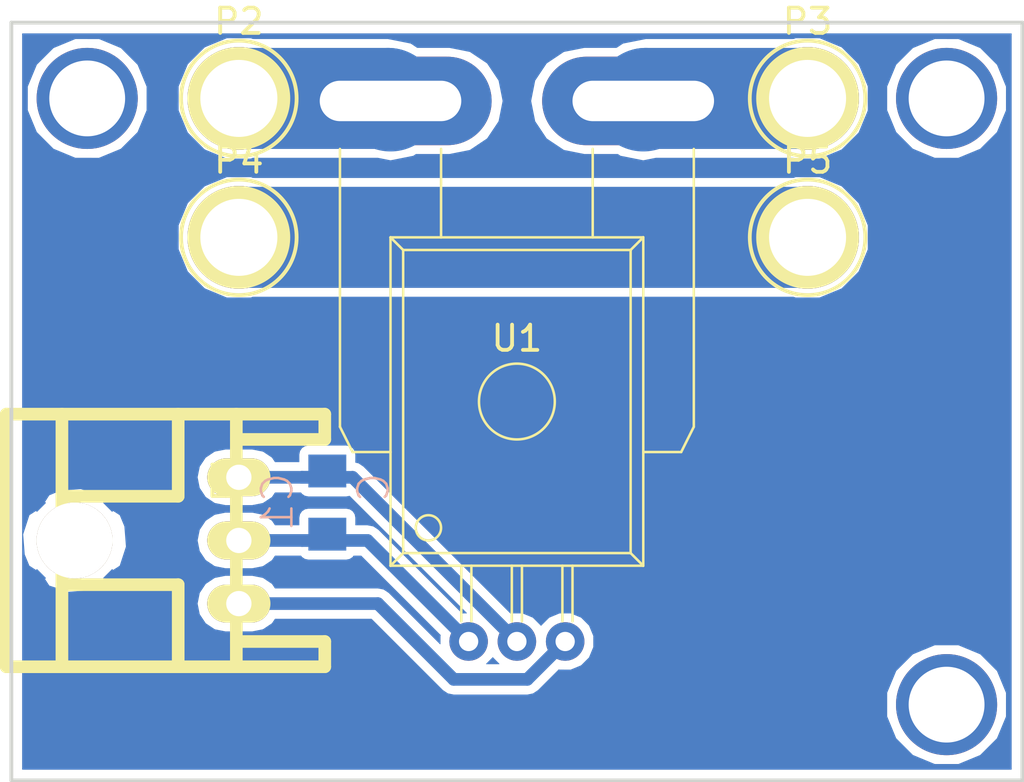
<source format=kicad_pcb>
(kicad_pcb (version 4) (host pcbnew 4.0.4-stable)

  (general
    (links 8)
    (no_connects 0)
    (area -0.075001 -0.075001 40.075001 30.075001)
    (thickness 1.6)
    (drawings 36)
    (tracks 22)
    (zones 0)
    (modules 7)
    (nets 7)
  )

  (page A4)
  (layers
    (0 F.Cu signal)
    (31 B.Cu signal)
    (32 B.Adhes user)
    (33 F.Adhes user)
    (34 B.Paste user)
    (35 F.Paste user)
    (36 B.SilkS user)
    (37 F.SilkS user)
    (38 B.Mask user)
    (39 F.Mask user)
    (40 Dwgs.User user)
    (41 Cmts.User user)
    (42 Eco1.User user)
    (43 Eco2.User user)
    (44 Edge.Cuts user)
    (45 Margin user)
    (46 B.CrtYd user)
    (47 F.CrtYd user)
    (48 B.Fab user)
    (49 F.Fab user)
  )

  (setup
    (last_trace_width 0.5)
    (user_trace_width 0.5)
    (user_trace_width 1)
    (user_trace_width 4)
    (trace_clearance 0.2)
    (zone_clearance 0.35)
    (zone_45_only no)
    (trace_min 0.2)
    (segment_width 0.2)
    (edge_width 0.15)
    (via_size 0.6)
    (via_drill 0.4)
    (via_min_size 0.4)
    (via_min_drill 0.3)
    (user_via 1.2 0.8)
    (user_via 4 3)
    (uvia_size 0.3)
    (uvia_drill 0.1)
    (uvias_allowed no)
    (uvia_min_size 0.2)
    (uvia_min_drill 0.1)
    (pcb_text_width 0.3)
    (pcb_text_size 1.5 1.5)
    (mod_edge_width 0.15)
    (mod_text_size 1 1)
    (mod_text_width 0.15)
    (pad_size 6 3.5)
    (pad_drill 4.2)
    (pad_to_mask_clearance 0.2)
    (aux_axis_origin 0 0)
    (visible_elements 7FFFFFFF)
    (pcbplotparams
      (layerselection 0x01000_80000000)
      (usegerberextensions false)
      (excludeedgelayer true)
      (linewidth 0.100000)
      (plotframeref false)
      (viasonmask false)
      (mode 1)
      (useauxorigin false)
      (hpglpennumber 1)
      (hpglpenspeed 20)
      (hpglpendiameter 15)
      (hpglpenoverlay 2)
      (psnegative false)
      (psa4output false)
      (plotreference true)
      (plotvalue true)
      (plotinvisibletext false)
      (padsonsilk false)
      (subtractmaskfromsilk false)
      (outputformat 1)
      (mirror false)
      (drillshape 0)
      (scaleselection 1)
      (outputdirectory ""))
  )

  (net 0 "")
  (net 1 "Net-(P1-Pad3)")
  (net 2 "Net-(P2-Pad1)")
  (net 3 "Net-(P3-Pad1)")
  (net 4 "Net-(P4-Pad1)")
  (net 5 "Net-(C1-Pad1)")
  (net 6 "Net-(C1-Pad2)")

  (net_class Default "これは標準のネット クラスです。"
    (clearance 0.2)
    (trace_width 0.25)
    (via_dia 0.6)
    (via_drill 0.4)
    (uvia_dia 0.3)
    (uvia_drill 0.1)
    (add_net "Net-(C1-Pad1)")
    (add_net "Net-(C1-Pad2)")
    (add_net "Net-(P1-Pad3)")
    (add_net "Net-(P2-Pad1)")
    (add_net "Net-(P3-Pad1)")
    (add_net "Net-(P4-Pad1)")
  )

  (module RP_KiCAD_Connector:XA_3LC (layer F.Cu) (tedit 5763B26E) (tstamp 583D5A9F)
    (at 9 18 270)
    (path /583D5DB0)
    (fp_text reference P1 (at 0 0.5 270) (layer F.SilkS)
      (effects (font (size 1 1) (thickness 0.15)))
    )
    (fp_text value CONN_01X03 (at 0 -0.5 270) (layer F.Fab)
      (effects (font (size 1 1) (thickness 0.15)))
    )
    (fp_line (start 6.5 -3.4) (end 6.5 0.1) (layer F.SilkS) (width 0.5))
    (fp_line (start -2.5 -3.4) (end -1.5 -3.4) (layer F.SilkS) (width 0.5))
    (fp_line (start -1.5 -3.4) (end -1.5 0.1) (layer F.SilkS) (width 0.5))
    (fp_line (start 7.5 0.1) (end -2.5 0.1) (layer F.SilkS) (width 0.5))
    (fp_line (start 7.5 -3.4) (end 6.5 -3.4) (layer F.SilkS) (width 0.5))
    (fp_line (start 4.25 2.4) (end 7.5 2.4) (layer F.SilkS) (width 0.5))
    (fp_line (start 0.75 2.4) (end -2.5 2.4) (layer F.SilkS) (width 0.5))
    (fp_line (start 4.25 2.4) (end 4.25 7) (layer F.SilkS) (width 0.5))
    (fp_line (start 0.75 2.4) (end 0.75 7) (layer F.SilkS) (width 0.5))
    (fp_line (start -2.5 7) (end 7.5 7) (layer F.SilkS) (width 0.5))
    (fp_line (start 7.5 -3.4) (end 7.5 9.2) (layer F.SilkS) (width 0.5))
    (fp_line (start 7.5 9.2) (end -2.5 9.2) (layer F.SilkS) (width 0.5))
    (fp_line (start -2.5 -3.4) (end -2.5 9.2) (layer F.SilkS) (width 0.5))
    (pad 1 thru_hole oval (at 0 0 270) (size 1.5 2.5) (drill 1) (layers *.Cu *.Mask F.SilkS)
      (net 5 "Net-(C1-Pad1)"))
    (pad 2 thru_hole oval (at 2.5 0 270) (size 1.5 2.5) (drill 1) (layers *.Cu *.Mask F.SilkS)
      (net 6 "Net-(C1-Pad2)"))
    (pad 3 thru_hole oval (at 5 0 270) (size 1.5 2.5) (drill 1) (layers *.Cu *.Mask F.SilkS)
      (net 1 "Net-(P1-Pad3)"))
    (pad "" thru_hole circle (at 2.5 6.5 270) (size 3 3) (drill 3) (layers *.Cu *.Mask F.SilkS)
      (clearance -0.3))
    (model conn_XA/XA_3S.wrl
      (at (xyz 0.1 -0.2 0))
      (scale (xyz 4 4 4))
      (rotate (xyz 0 0 180))
    )
  )

  (module Connect:1pin (layer F.Cu) (tedit 0) (tstamp 583D5AA4)
    (at 9 3)
    (descr "module 1 pin (ou trou mecanique de percage)")
    (tags DEV)
    (path /583D5B01)
    (fp_text reference P2 (at 0 -3.048) (layer F.SilkS)
      (effects (font (size 1 1) (thickness 0.15)))
    )
    (fp_text value CONN_01X01 (at 0 2.794) (layer F.Fab)
      (effects (font (size 1 1) (thickness 0.15)))
    )
    (fp_circle (center 0 0) (end 0 -2.286) (layer F.SilkS) (width 0.15))
    (pad 1 thru_hole circle (at 0 0) (size 4.064 4.064) (drill 3.048) (layers *.Cu *.Mask F.SilkS)
      (net 2 "Net-(P2-Pad1)"))
  )

  (module Connect:1pin (layer F.Cu) (tedit 0) (tstamp 583D5AA9)
    (at 31.5 3)
    (descr "module 1 pin (ou trou mecanique de percage)")
    (tags DEV)
    (path /583D5B24)
    (fp_text reference P3 (at 0 -3.048) (layer F.SilkS)
      (effects (font (size 1 1) (thickness 0.15)))
    )
    (fp_text value CONN_01X01 (at 0 2.794) (layer F.Fab)
      (effects (font (size 1 1) (thickness 0.15)))
    )
    (fp_circle (center 0 0) (end 0 -2.286) (layer F.SilkS) (width 0.15))
    (pad 1 thru_hole circle (at 0 0) (size 4.064 4.064) (drill 3.048) (layers *.Cu *.Mask F.SilkS)
      (net 3 "Net-(P3-Pad1)"))
  )

  (module Connect:1pin (layer F.Cu) (tedit 0) (tstamp 583D5AAE)
    (at 9 8.5)
    (descr "module 1 pin (ou trou mecanique de percage)")
    (tags DEV)
    (path /583D5AA8)
    (fp_text reference P4 (at 0 -3.048) (layer F.SilkS)
      (effects (font (size 1 1) (thickness 0.15)))
    )
    (fp_text value CONN_01X01 (at 0 2.794) (layer F.Fab)
      (effects (font (size 1 1) (thickness 0.15)))
    )
    (fp_circle (center 0 0) (end 0 -2.286) (layer F.SilkS) (width 0.15))
    (pad 1 thru_hole circle (at 0 0) (size 4.064 4.064) (drill 3.048) (layers *.Cu *.Mask F.SilkS)
      (net 4 "Net-(P4-Pad1)"))
  )

  (module Connect:1pin (layer F.Cu) (tedit 0) (tstamp 583D5AB3)
    (at 31.5 8.5)
    (descr "module 1 pin (ou trou mecanique de percage)")
    (tags DEV)
    (path /583D5C57)
    (fp_text reference P5 (at 0 -3.048) (layer F.SilkS)
      (effects (font (size 1 1) (thickness 0.15)))
    )
    (fp_text value CONN_01X01 (at 0 2.794) (layer F.Fab)
      (effects (font (size 1 1) (thickness 0.15)))
    )
    (fp_circle (center 0 0) (end 0 -2.286) (layer F.SilkS) (width 0.15))
    (pad 1 thru_hole circle (at 0 0) (size 4.064 4.064) (drill 3.048) (layers *.Cu *.Mask F.SilkS)
      (net 4 "Net-(P4-Pad1)"))
  )

  (module RP_KiCAD_Libs:C2012 (layer B.Cu) (tedit 0) (tstamp 58412D4A)
    (at 12.5 19 270)
    (descr <b>CAPACITOR</b>)
    (path /5841AF29)
    (fp_text reference C1 (at -1.27 1.27 270) (layer B.SilkS)
      (effects (font (size 1.2065 1.2065) (thickness 0.1016)) (justify left bottom mirror))
    )
    (fp_text value C (at -1.27 -2.54 270) (layer B.SilkS)
      (effects (font (size 1.2065 1.2065) (thickness 0.1016)) (justify left bottom mirror))
    )
    (fp_line (start -0.381 0.66) (end 0.381 0.66) (layer Dwgs.User) (width 0.1016))
    (fp_line (start -0.356 -0.66) (end 0.381 -0.66) (layer Dwgs.User) (width 0.1016))
    (fp_poly (pts (xy -1.0922 -0.7239) (xy -0.3421 -0.7239) (xy -0.3421 0.7262) (xy -1.0922 0.7262)) (layer Dwgs.User) (width 0))
    (fp_poly (pts (xy 0.3556 -0.7239) (xy 1.1057 -0.7239) (xy 1.1057 0.7262) (xy 0.3556 0.7262)) (layer Dwgs.User) (width 0))
    (fp_poly (pts (xy -0.1001 -0.4001) (xy 0.1001 -0.4001) (xy 0.1001 0.4001) (xy -0.1001 0.4001)) (layer B.Adhes) (width 0))
    (pad 1 smd rect (at -1.25 0 270) (size 1.3 1.5) (layers B.Cu B.Paste B.Mask)
      (net 5 "Net-(C1-Pad1)"))
    (pad 2 smd rect (at 1.25 0 270) (size 1.3 1.5) (layers B.Cu B.Paste B.Mask)
      (net 6 "Net-(C1-Pad2)"))
    (model Resistors_SMD.3dshapes/R_0805.wrl
      (at (xyz 0 0 0))
      (scale (xyz 1 1 1))
      (rotate (xyz 0 0 0))
    )
  )

  (module RP_KiCAD_Libs:ACS785xCB (layer F.Cu) (tedit 584130A8) (tstamp 583D5ABC)
    (at 20 24.5)
    (path /583D5A47)
    (fp_text reference U1 (at 0 -12) (layer F.SilkS)
      (effects (font (size 1 1) (thickness 0.15)))
    )
    (fp_text value ACS758 (at 0 -13.5) (layer F.Fab)
      (effects (font (size 1 1) (thickness 0.15)))
    )
    (fp_line (start -4.5 -3.5) (end -4.5 -15.5) (layer F.SilkS) (width 0.1))
    (fp_line (start 4.5 -3.5) (end -4.5 -3.5) (layer F.SilkS) (width 0.1))
    (fp_line (start -4.5 -3.5) (end -5 -3) (layer F.SilkS) (width 0.1))
    (fp_line (start 4.5 -15.5) (end 4.5 -3.5) (layer F.SilkS) (width 0.1))
    (fp_line (start 4.5 -3.5) (end 5 -3) (layer F.SilkS) (width 0.1))
    (fp_line (start 4.5 -15.5) (end 5 -16) (layer F.SilkS) (width 0.1))
    (fp_line (start -4.5 -15.5) (end 4.5 -15.5) (layer F.SilkS) (width 0.1))
    (fp_line (start -5 -16) (end -4.5 -15.5) (layer F.SilkS) (width 0.1))
    (fp_line (start 7 -8.5) (end 7 -19.5) (layer F.SilkS) (width 0.1))
    (fp_line (start 6.5 -7.5) (end 5 -7.5) (layer F.SilkS) (width 0.1))
    (fp_line (start 6.5 -7.5) (end 7 -8.5) (layer F.SilkS) (width 0.1))
    (fp_line (start -7 -8.5) (end -7 -19.5) (layer F.SilkS) (width 0.1))
    (fp_line (start -6.5 -7.5) (end -5 -7.5) (layer F.SilkS) (width 0.1))
    (fp_line (start -7 -8.5) (end -6.5 -7.5) (layer F.SilkS) (width 0.1))
    (fp_circle (center -3.5 -4.5) (end -3 -4.5) (layer F.SilkS) (width 0.1))
    (fp_circle (center 0 -9.5) (end 0 -11) (layer F.SilkS) (width 0.1))
    (fp_line (start 2.2 -3) (end 2.2 -0.8) (layer F.SilkS) (width 0.1))
    (fp_line (start 1.8 -3) (end 1.8 -0.8) (layer F.SilkS) (width 0.1))
    (fp_line (start -1.8 -3) (end -1.8 -0.8) (layer F.SilkS) (width 0.1))
    (fp_line (start -2.2 -3) (end -2.2 -0.8) (layer F.SilkS) (width 0.1))
    (fp_line (start 0.2 -3) (end 0.2 -0.8) (layer F.SilkS) (width 0.1))
    (fp_line (start -0.2 -3) (end -0.2 -0.8) (layer F.SilkS) (width 0.1))
    (fp_line (start 3 -19.5) (end 3 -16) (layer F.SilkS) (width 0.1))
    (fp_line (start -3 -19.5) (end -3 -16) (layer F.SilkS) (width 0.1))
    (fp_line (start 5 -3) (end -5 -3) (layer F.SilkS) (width 0.1))
    (fp_line (start -5 -16) (end 5 -16) (layer F.SilkS) (width 0.1))
    (fp_line (start -5 -16) (end -5 -3) (layer F.SilkS) (width 0.1))
    (fp_line (start 5 -16) (end 5 -3) (layer F.SilkS) (width 0.1))
    (pad 1 thru_hole circle (at -1.91 0) (size 1.524 1.524) (drill 0.762) (layers *.Cu *.Mask)
      (net 6 "Net-(C1-Pad2)"))
    (pad 2 thru_hole circle (at 0 0) (size 1.524 1.524) (drill 0.762) (layers *.Cu *.Mask)
      (net 5 "Net-(C1-Pad1)"))
    (pad 3 thru_hole circle (at 1.91 0) (size 1.524 1.524) (drill 0.762) (layers *.Cu *.Mask)
      (net 1 "Net-(P1-Pad3)"))
    (pad 4 thru_hole oval (at 5 -21.4) (size 8 3.5) (drill oval 5.6 1.6) (layers *.Cu *.Mask)
      (net 3 "Net-(P3-Pad1)"))
    (pad 5 thru_hole oval (at -5 -21.4) (size 8 3.5) (drill oval 5.6 1.6) (layers *.Cu *.Mask)
      (net 2 "Net-(P2-Pad1)"))
    (model user/ACS758.wrl
      (at (xyz 0 0.38 0))
      (scale (xyz 3.95 3.95 3.95))
      (rotate (xyz 0 0 90))
    )
  )

  (gr_line (start 13.4 3.5) (end 13.4 2.7) (angle 90) (layer Edge.Cuts) (width 0.15))
  (gr_line (start 16.6 3.5) (end 13.4 3.5) (angle 90) (layer Edge.Cuts) (width 0.15))
  (gr_line (start 16.6 2.7) (end 16.6 3.5) (angle 90) (layer Edge.Cuts) (width 0.15))
  (gr_line (start 13.4 2.7) (end 16.6 2.7) (angle 90) (layer Edge.Cuts) (width 0.15))
  (gr_line (start 26.6 2.7) (end 26.6 3.5) (angle 90) (layer Edge.Cuts) (width 0.15))
  (gr_line (start 23.4 3.5) (end 23.4 2.7) (angle 90) (layer Edge.Cuts) (width 0.15))
  (gr_line (start 26.6 3.5) (end 23.4 3.5) (angle 90) (layer Edge.Cuts) (width 0.15))
  (gr_line (start 23.4 2.7) (end 26.6 2.7) (angle 90) (layer Edge.Cuts) (width 0.15))
  (gr_line (start 17 2.3) (end 17 3.9) (angle 90) (layer Dwgs.User) (width 0.2))
  (gr_line (start 13 2.3) (end 13 3.9) (angle 90) (layer Dwgs.User) (width 0.2))
  (gr_line (start 17 3.9) (end 13 3.9) (angle 90) (layer Dwgs.User) (width 0.2))
  (gr_line (start 13 2.3) (end 17 2.3) (angle 90) (layer Dwgs.User) (width 0.2))
  (gr_line (start 23 3.9) (end 23 2.3) (angle 90) (layer Dwgs.User) (width 0.2))
  (gr_line (start 27 3.9) (end 23 3.9) (angle 90) (layer Dwgs.User) (width 0.2))
  (gr_line (start 27 2.3) (end 27 3.9) (angle 90) (layer Dwgs.User) (width 0.2))
  (gr_line (start 27 2.3) (end 23 2.3) (angle 90) (layer Dwgs.User) (width 0.2))
  (gr_line (start 25 1.3) (end 25 4.9) (angle 90) (layer Dwgs.User) (width 0.2))
  (gr_line (start 15 1.3) (end 15 4.9) (angle 90) (layer Dwgs.User) (width 0.2))
  (gr_line (start 23.8 1.3) (end 26.2 1.3) (angle 90) (layer Dwgs.User) (width 0.2))
  (gr_line (start 26.2 4.9) (end 23.8 4.9) (angle 90) (layer Dwgs.User) (width 0.2))
  (gr_arc (start 23.8 3.1) (end 23.8 4.9) (angle 90) (layer Dwgs.User) (width 0.2))
  (gr_arc (start 23.8 3.1) (end 22 3.1) (angle 90) (layer Dwgs.User) (width 0.2))
  (gr_arc (start 26.2 3.1) (end 28 3.1) (angle 90) (layer Dwgs.User) (width 0.2))
  (gr_arc (start 26.2 3.1) (end 26.2 1.3) (angle 90) (layer Dwgs.User) (width 0.2))
  (gr_line (start 16.2 4.9) (end 13.8 4.9) (angle 90) (layer Dwgs.User) (width 0.2))
  (gr_line (start 16.2 1.3) (end 13.8 1.3) (angle 90) (layer Dwgs.User) (width 0.2))
  (gr_arc (start 16.2 3.1) (end 18 3.1) (angle 90) (layer Dwgs.User) (width 0.2))
  (gr_arc (start 16.2 3.1) (end 16.2 1.3) (angle 90) (layer Dwgs.User) (width 0.2))
  (gr_arc (start 13.8 3.1) (end 13.8 4.9) (angle 90) (layer Dwgs.User) (width 0.2))
  (gr_arc (start 13.8 3.1) (end 12 3.1) (angle 90) (layer Dwgs.User) (width 0.2))
  (gr_line (start 18.2 3.1) (end 11.8 3.1) (angle 90) (layer Dwgs.User) (width 0.2))
  (gr_line (start 21.8 3.1) (end 28.2 3.1) (angle 90) (layer Dwgs.User) (width 0.2))
  (gr_line (start 40 0) (end 40 30) (angle 90) (layer Edge.Cuts) (width 0.15))
  (gr_line (start 0 30) (end 0 0) (angle 90) (layer Edge.Cuts) (width 0.15))
  (gr_line (start 0 30) (end 40 30) (angle 90) (layer Edge.Cuts) (width 0.15))
  (gr_line (start 0 0) (end 40 0) (angle 90) (layer Edge.Cuts) (width 0.15))

  (via (at 37 27) (size 4) (drill 3) (layers F.Cu B.Cu) (net 0))
  (via (at 37 3) (size 4) (drill 3) (layers F.Cu B.Cu) (net 0))
  (via (at 3 3) (size 4) (drill 3) (layers F.Cu B.Cu) (net 0))
  (segment (start 9 23) (end 14.5 23) (width 0.5) (layer B.Cu) (net 1))
  (segment (start 14.5 23) (end 17.5 26) (width 0.5) (layer B.Cu) (net 1) (tstamp 583D5CE1))
  (segment (start 20.41 26) (end 21.91 24.5) (width 0.5) (layer B.Cu) (net 1) (tstamp 583D5CD9))
  (segment (start 17.5 26) (end 20.41 26) (width 0.5) (layer B.Cu) (net 1) (tstamp 583D5CE5))
  (segment (start 9 3) (end 14.9 3) (width 4) (layer B.Cu) (net 2))
  (segment (start 14.9 3) (end 15 3.1) (width 4) (layer B.Cu) (net 2) (tstamp 583D5C62))
  (segment (start 31.5 3) (end 25.1 3) (width 4) (layer B.Cu) (net 3))
  (segment (start 25.1 3) (end 25 3.1) (width 4) (layer B.Cu) (net 3) (tstamp 583D5C65))
  (segment (start 9 8.5) (end 31.5 8.5) (width 4) (layer B.Cu) (net 4))
  (segment (start 11.5 18) (end 12.25 18) (width 0.5) (layer B.Cu) (net 5))
  (segment (start 12.25 18) (end 12.5 17.75) (width 0.5) (layer B.Cu) (net 5) (tstamp 58412D5E))
  (segment (start 9 18) (end 11.5 18) (width 0.5) (layer B.Cu) (net 5))
  (segment (start 11.5 18) (end 13.5 18) (width 0.5) (layer B.Cu) (net 5) (tstamp 58412D5C))
  (segment (start 13.5 18) (end 20 24.5) (width 0.5) (layer B.Cu) (net 5) (tstamp 583D5CD3))
  (segment (start 11.5 20.5) (end 12.25 20.5) (width 0.5) (layer B.Cu) (net 6))
  (segment (start 12.25 20.5) (end 12.5 20.25) (width 0.5) (layer B.Cu) (net 6) (tstamp 58412D63))
  (segment (start 9 20.5) (end 11.5 20.5) (width 0.5) (layer B.Cu) (net 6))
  (segment (start 11.5 20.5) (end 14.09 20.5) (width 0.5) (layer B.Cu) (net 6) (tstamp 58412D61))
  (segment (start 14.09 20.5) (end 18.09 24.5) (width 0.5) (layer B.Cu) (net 6) (tstamp 583D5CCF))

  (zone (net 0) (net_name "") (layer B.Cu) (tstamp 583D5CE7) (hatch edge 0.508)
    (connect_pads (clearance 0.35))
    (min_thickness 0.026)
    (fill yes (arc_segments 16) (thermal_gap 0.508) (thermal_bridge_width 0.508))
    (polygon
      (pts
        (xy 40 30) (xy 0 30) (xy 0 0) (xy 40 0)
      )
    )
    (filled_polygon
      (pts
        (xy 39.562 29.562) (xy 0.438 29.562) (xy 0.438 27.467968) (xy 34.636591 27.467968) (xy 34.995578 28.336783)
        (xy 35.65972 29.002086) (xy 36.527908 29.362589) (xy 37.467968 29.363409) (xy 38.336783 29.004422) (xy 39.002086 28.34028)
        (xy 39.362589 27.472092) (xy 39.363409 26.532032) (xy 39.004422 25.663217) (xy 38.34028 24.997914) (xy 37.472092 24.637411)
        (xy 36.532032 24.636591) (xy 35.663217 24.995578) (xy 34.997914 25.65972) (xy 34.637411 26.527908) (xy 34.636591 27.467968)
        (xy 0.438 27.467968) (xy 0.438 20.256607) (xy 0.453831 20.256607) (xy 0.516444 21.058169) (xy 0.702729 21.507901)
        (xy 0.975307 21.683867) (xy 1.012396 21.646778) (xy 1.352924 21.987902) (xy 1.316133 22.024693) (xy 1.492099 22.297271)
        (xy 2.256607 22.546169) (xy 3.058169 22.483556) (xy 3.507901 22.297271) (xy 3.683867 22.024693) (xy 3.646778 21.987604)
        (xy 3.987902 21.647076) (xy 4.024693 21.683867) (xy 4.297271 21.507901) (xy 4.546169 20.743393) (xy 4.483556 19.941831)
        (xy 4.297271 19.492099) (xy 4.024693 19.316133) (xy 3.987604 19.353222) (xy 3.647076 19.012098) (xy 3.683867 18.975307)
        (xy 3.507901 18.702729) (xy 2.743393 18.453831) (xy 1.941831 18.516444) (xy 1.492099 18.702729) (xy 1.316133 18.975307)
        (xy 1.353222 19.012396) (xy 1.012098 19.352924) (xy 0.975307 19.316133) (xy 0.702729 19.492099) (xy 0.453831 20.256607)
        (xy 0.438 20.256607) (xy 0.438 18) (xy 7.355399 18) (xy 7.440121 18.425927) (xy 7.681389 18.78701)
        (xy 8.042472 19.028278) (xy 8.468399 19.113) (xy 9.531601 19.113) (xy 9.957528 19.028278) (xy 10.318611 18.78701)
        (xy 10.434881 18.613) (xy 11.455702 18.613) (xy 11.484702 18.658068) (xy 11.606006 18.740951) (xy 11.75 18.770111)
        (xy 13.25 18.770111) (xy 13.378937 18.745849) (xy 18.008015 23.374928) (xy 17.867205 23.374805) (xy 17.842094 23.385181)
        (xy 14.523456 20.066544) (xy 14.324585 19.933662) (xy 14.09 19.887) (xy 13.620111 19.887) (xy 13.620111 19.6)
        (xy 13.594799 19.46548) (xy 13.515298 19.341932) (xy 13.393994 19.259049) (xy 13.25 19.229889) (xy 11.75 19.229889)
        (xy 11.61548 19.255201) (xy 11.491932 19.334702) (xy 11.409049 19.456006) (xy 11.379889 19.6) (xy 11.379889 19.887)
        (xy 10.434881 19.887) (xy 10.318611 19.71299) (xy 9.957528 19.471722) (xy 9.531601 19.387) (xy 8.468399 19.387)
        (xy 8.042472 19.471722) (xy 7.681389 19.71299) (xy 7.440121 20.074073) (xy 7.355399 20.5) (xy 7.440121 20.925927)
        (xy 7.681389 21.28701) (xy 8.042472 21.528278) (xy 8.468399 21.613) (xy 9.531601 21.613) (xy 9.957528 21.528278)
        (xy 10.318611 21.28701) (xy 10.434881 21.113) (xy 11.455702 21.113) (xy 11.484702 21.158068) (xy 11.606006 21.240951)
        (xy 11.75 21.270111) (xy 13.25 21.270111) (xy 13.38452 21.244799) (xy 13.508068 21.165298) (xy 13.543801 21.113)
        (xy 13.836088 21.113) (xy 16.974917 24.25183) (xy 16.965196 24.275242) (xy 16.964914 24.598001) (xy 14.933456 22.566544)
        (xy 14.734585 22.433662) (xy 14.5 22.387) (xy 10.434881 22.387) (xy 10.318611 22.21299) (xy 9.957528 21.971722)
        (xy 9.531601 21.887) (xy 8.468399 21.887) (xy 8.042472 21.971722) (xy 7.681389 22.21299) (xy 7.440121 22.574073)
        (xy 7.355399 23) (xy 7.440121 23.425927) (xy 7.681389 23.78701) (xy 8.042472 24.028278) (xy 8.468399 24.113)
        (xy 9.531601 24.113) (xy 9.957528 24.028278) (xy 10.318611 23.78701) (xy 10.434881 23.613) (xy 14.246088 23.613)
        (xy 17.066544 26.433457) (xy 17.265415 26.566338) (xy 17.5 26.613) (xy 20.41 26.613) (xy 20.644585 26.566338)
        (xy 20.843456 26.433456) (xy 21.66183 25.615082) (xy 21.685242 25.624804) (xy 22.132795 25.625195) (xy 22.546429 25.454285)
        (xy 22.863172 25.138093) (xy 23.034804 24.724758) (xy 23.035195 24.277205) (xy 22.864285 23.863571) (xy 22.548093 23.546828)
        (xy 22.134758 23.375196) (xy 21.687205 23.374805) (xy 21.273571 23.545715) (xy 20.956828 23.861907) (xy 20.955209 23.865807)
        (xy 20.954285 23.863571) (xy 20.638093 23.546828) (xy 20.224758 23.375196) (xy 19.777205 23.374805) (xy 19.752094 23.385181)
        (xy 13.933456 17.566544) (xy 13.734585 17.433662) (xy 13.620111 17.410892) (xy 13.620111 17.1) (xy 13.594799 16.96548)
        (xy 13.515298 16.841932) (xy 13.393994 16.759049) (xy 13.25 16.729889) (xy 11.75 16.729889) (xy 11.61548 16.755201)
        (xy 11.491932 16.834702) (xy 11.409049 16.956006) (xy 11.379889 17.1) (xy 11.379889 17.387) (xy 10.434881 17.387)
        (xy 10.318611 17.21299) (xy 9.957528 16.971722) (xy 9.531601 16.887) (xy 8.468399 16.887) (xy 8.042472 16.971722)
        (xy 7.681389 17.21299) (xy 7.440121 17.574073) (xy 7.355399 18) (xy 0.438 18) (xy 0.438 8.974305)
        (xy 6.604585 8.974305) (xy 6.968434 9.854886) (xy 7.64157 10.529198) (xy 8.521515 10.894584) (xy 9.474305 10.895415)
        (xy 9.552755 10.863) (xy 30.945452 10.863) (xy 31.021515 10.894584) (xy 31.974305 10.895415) (xy 32.854886 10.531566)
        (xy 33.529198 9.85843) (xy 33.894584 8.978485) (xy 33.895415 8.025695) (xy 33.531566 7.145114) (xy 32.85843 6.470802)
        (xy 31.978485 6.105416) (xy 31.025695 6.104585) (xy 30.947245 6.137) (xy 9.554548 6.137) (xy 9.478485 6.105416)
        (xy 8.525695 6.104585) (xy 7.645114 6.468434) (xy 6.970802 7.14157) (xy 6.605416 8.021515) (xy 6.604585 8.974305)
        (xy 0.438 8.974305) (xy 0.438 3.467968) (xy 0.636591 3.467968) (xy 0.995578 4.336783) (xy 1.65972 5.002086)
        (xy 2.527908 5.362589) (xy 3.467968 5.363409) (xy 4.336783 5.004422) (xy 5.002086 4.34028) (xy 5.36167 3.474305)
        (xy 6.604585 3.474305) (xy 6.968434 4.354886) (xy 7.64157 5.029198) (xy 8.521515 5.394584) (xy 9.474305 5.395415)
        (xy 9.552755 5.363) (xy 14.497269 5.363) (xy 15 5.462999) (xy 15.90428 5.283127) (xy 16.009233 5.213)
        (xy 17.335476 5.213) (xy 18.144086 5.052157) (xy 18.829593 4.594117) (xy 19.287633 3.90861) (xy 19.448476 3.1)
        (xy 20.551524 3.1) (xy 20.712367 3.90861) (xy 21.170407 4.594117) (xy 21.855914 5.052157) (xy 22.664524 5.213)
        (xy 23.990767 5.213) (xy 24.095719 5.283127) (xy 25 5.463) (xy 25.502733 5.363) (xy 30.945452 5.363)
        (xy 31.021515 5.394584) (xy 31.974305 5.395415) (xy 32.854886 5.031566) (xy 33.529198 4.35843) (xy 33.894584 3.478485)
        (xy 33.894593 3.467968) (xy 34.636591 3.467968) (xy 34.995578 4.336783) (xy 35.65972 5.002086) (xy 36.527908 5.362589)
        (xy 37.467968 5.363409) (xy 38.336783 5.004422) (xy 39.002086 4.34028) (xy 39.362589 3.472092) (xy 39.363409 2.532032)
        (xy 39.004422 1.663217) (xy 38.34028 0.997914) (xy 37.472092 0.637411) (xy 36.532032 0.636591) (xy 35.663217 0.995578)
        (xy 34.997914 1.65972) (xy 34.637411 2.527908) (xy 34.636591 3.467968) (xy 33.894593 3.467968) (xy 33.895415 2.525695)
        (xy 33.531566 1.645114) (xy 32.85843 0.970802) (xy 31.978485 0.605416) (xy 31.025695 0.604585) (xy 30.947245 0.637)
        (xy 25.1 0.637) (xy 24.195719 0.816873) (xy 23.941106 0.987) (xy 22.664524 0.987) (xy 21.855914 1.147843)
        (xy 21.170407 1.605883) (xy 20.712367 2.29139) (xy 20.551524 3.1) (xy 19.448476 3.1) (xy 19.287633 2.29139)
        (xy 18.829593 1.605883) (xy 18.144086 1.147843) (xy 17.335476 0.987) (xy 16.058894 0.987) (xy 15.804281 0.816873)
        (xy 14.9 0.637) (xy 9.554548 0.637) (xy 9.478485 0.605416) (xy 8.525695 0.604585) (xy 7.645114 0.968434)
        (xy 6.970802 1.64157) (xy 6.605416 2.521515) (xy 6.604585 3.474305) (xy 5.36167 3.474305) (xy 5.362589 3.472092)
        (xy 5.363409 2.532032) (xy 5.004422 1.663217) (xy 4.34028 0.997914) (xy 3.472092 0.637411) (xy 2.532032 0.636591)
        (xy 1.663217 0.995578) (xy 0.997914 1.65972) (xy 0.637411 2.527908) (xy 0.636591 3.467968) (xy 0.438 3.467968)
        (xy 0.438 0.438) (xy 39.562 0.438)
      )
    )
    (filled_polygon
      (pts
        (xy 19.045715 25.136429) (xy 19.29585 25.387) (xy 18.793831 25.387) (xy 19.043172 25.138093) (xy 19.044791 25.134193)
      )
    )
  )
)

</source>
